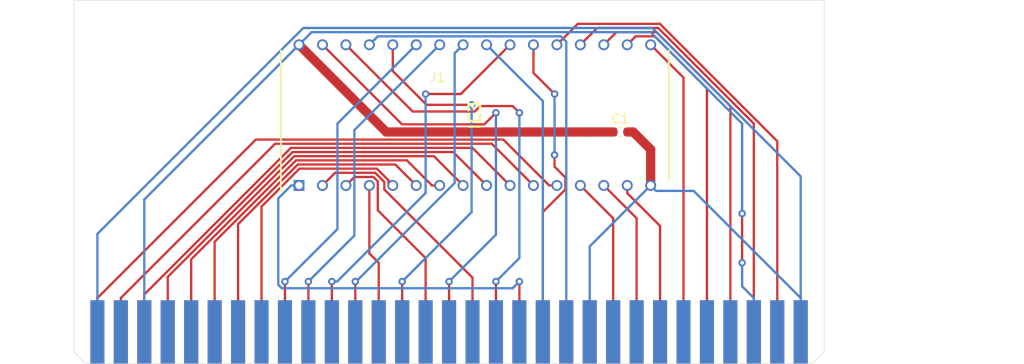
<source format=kicad_pcb>
(kicad_pcb (version 20171130) (host pcbnew "(5.1.5)-3")

  (general
    (thickness 1.6)
    (drawings 7)
    (tracks 224)
    (zones 0)
    (modules 3)
    (nets 33)
  )

  (page A4)
  (layers
    (0 F.Cu signal)
    (31 B.Cu signal)
    (32 B.Adhes user)
    (33 F.Adhes user)
    (34 B.Paste user)
    (35 F.Paste user)
    (36 B.SilkS user)
    (37 F.SilkS user)
    (38 B.Mask user)
    (39 F.Mask user)
    (40 Dwgs.User user)
    (41 Cmts.User user)
    (42 Eco1.User user)
    (43 Eco2.User user)
    (44 Edge.Cuts user)
    (45 Margin user)
    (46 B.CrtYd user)
    (47 F.CrtYd user)
    (48 B.Fab user)
    (49 F.Fab user)
  )

  (setup
    (last_trace_width 1)
    (user_trace_width 1)
    (trace_clearance 0.2)
    (zone_clearance 0.508)
    (zone_45_only no)
    (trace_min 0.2)
    (via_size 0.8)
    (via_drill 0.4)
    (via_min_size 0.4)
    (via_min_drill 0.3)
    (uvia_size 0.3)
    (uvia_drill 0.1)
    (uvias_allowed no)
    (uvia_min_size 0.2)
    (uvia_min_drill 0.1)
    (edge_width 0.05)
    (segment_width 0.2)
    (pcb_text_width 0.3)
    (pcb_text_size 1.5 1.5)
    (mod_edge_width 0.12)
    (mod_text_size 1 1)
    (mod_text_width 0.15)
    (pad_size 1.524 1.524)
    (pad_drill 0.762)
    (pad_to_mask_clearance 0.051)
    (solder_mask_min_width 0.25)
    (aux_axis_origin 0 0)
    (visible_elements 7FFFFFFF)
    (pcbplotparams
      (layerselection 0x010fc_ffffffff)
      (usegerberextensions false)
      (usegerberattributes false)
      (usegerberadvancedattributes false)
      (creategerberjobfile false)
      (excludeedgelayer true)
      (linewidth 0.100000)
      (plotframeref false)
      (viasonmask false)
      (mode 1)
      (useauxorigin false)
      (hpglpennumber 1)
      (hpglpenspeed 20)
      (hpglpendiameter 15.000000)
      (psnegative false)
      (psa4output false)
      (plotreference true)
      (plotvalue true)
      (plotinvisibletext false)
      (padsonsilk false)
      (subtractmaskfromsilk false)
      (outputformat 1)
      (mirror false)
      (drillshape 0)
      (scaleselection 1)
      (outputdirectory "gerber/"))
  )

  (net 0 "")
  (net 1 V5)
  (net 2 GND)
  (net 3 A16)
  (net 4 A17)
  (net 5 A18)
  (net 6 A19)
  (net 7 ~MEMW)
  (net 8 A14)
  (net 9 A13)
  (net 10 A8)
  (net 11 A9)
  (net 12 A11)
  (net 13 ~MEMR)
  (net 14 A10)
  (net 15 D7)
  (net 16 D6)
  (net 17 D5)
  (net 18 D4)
  (net 19 D3)
  (net 20 D2)
  (net 21 D1)
  (net 22 D0)
  (net 23 A0)
  (net 24 A1)
  (net 25 A2)
  (net 26 A3)
  (net 27 A4)
  (net 28 A5)
  (net 29 A6)
  (net 30 A7)
  (net 31 A12)
  (net 32 A15)

  (net_class Default "This is the default net class."
    (clearance 0.2)
    (trace_width 0.25)
    (via_dia 0.8)
    (via_drill 0.4)
    (uvia_dia 0.3)
    (uvia_drill 0.1)
    (add_net A0)
    (add_net A1)
    (add_net A10)
    (add_net A11)
    (add_net A12)
    (add_net A13)
    (add_net A14)
    (add_net A15)
    (add_net A16)
    (add_net A17)
    (add_net A18)
    (add_net A19)
    (add_net A2)
    (add_net A3)
    (add_net A4)
    (add_net A5)
    (add_net A6)
    (add_net A7)
    (add_net A8)
    (add_net A9)
    (add_net D0)
    (add_net D1)
    (add_net D2)
    (add_net D3)
    (add_net D4)
    (add_net D5)
    (add_net D6)
    (add_net D7)
    (add_net GND)
    (add_net "Net-(J1-Pad13)")
    (add_net "Net-(J1-Pad14)")
    (add_net "Net-(J1-Pad15)")
    (add_net "Net-(J1-Pad16)")
    (add_net "Net-(J1-Pad17)")
    (add_net "Net-(J1-Pad18)")
    (add_net "Net-(J1-Pad19)")
    (add_net "Net-(J1-Pad2)")
    (add_net "Net-(J1-Pad20)")
    (add_net "Net-(J1-Pad21)")
    (add_net "Net-(J1-Pad22)")
    (add_net "Net-(J1-Pad23)")
    (add_net "Net-(J1-Pad24)")
    (add_net "Net-(J1-Pad25)")
    (add_net "Net-(J1-Pad26)")
    (add_net "Net-(J1-Pad27)")
    (add_net "Net-(J1-Pad28)")
    (add_net "Net-(J1-Pad30)")
    (add_net "Net-(J1-Pad32)")
    (add_net "Net-(J1-Pad4)")
    (add_net "Net-(J1-Pad41)")
    (add_net "Net-(J1-Pad42)")
    (add_net "Net-(J1-Pad5)")
    (add_net "Net-(J1-Pad6)")
    (add_net "Net-(J1-Pad7)")
    (add_net "Net-(J1-Pad8)")
    (add_net "Net-(J1-Pad9)")
    (add_net V5)
    (add_net ~MEMR)
    (add_net ~MEMW)
  )

  (module SamacSys_Parts:DIP1524W58P254L4191H406Q32N (layer F.Cu) (tedit 0) (tstamp 604058A6)
    (at 211.074 111.506 90)
    (descr "32 pin 600 mil P-DIP")
    (tags "Integrated Circuit")
    (path /60412523)
    (fp_text reference IC3 (at 0 0 90) (layer F.SilkS)
      (effects (font (size 1.27 1.27) (thickness 0.254)))
    )
    (fp_text value AS6C4008-55PCN (at 0 0 90) (layer F.SilkS) hide
      (effects (font (size 1.27 1.27) (thickness 0.254)))
    )
    (fp_line (start -6.985 21.018) (end 6.985 21.018) (layer F.SilkS) (width 0.2))
    (fp_line (start -8.212 -21.018) (end 6.985 -21.018) (layer F.SilkS) (width 0.2))
    (fp_line (start -6.985 -19.748) (end -5.715 -21.018) (layer F.Fab) (width 0.1))
    (fp_line (start -6.985 21.018) (end -6.985 -21.018) (layer F.Fab) (width 0.1))
    (fp_line (start 6.985 21.018) (end -6.985 21.018) (layer F.Fab) (width 0.1))
    (fp_line (start 6.985 -21.018) (end 6.985 21.018) (layer F.Fab) (width 0.1))
    (fp_line (start -6.985 -21.018) (end 6.985 -21.018) (layer F.Fab) (width 0.1))
    (fp_line (start -8.589 21.268) (end -8.589 -21.268) (layer F.CrtYd) (width 0.05))
    (fp_line (start 8.589 21.268) (end -8.589 21.268) (layer F.CrtYd) (width 0.05))
    (fp_line (start 8.589 -21.268) (end 8.589 21.268) (layer F.CrtYd) (width 0.05))
    (fp_line (start -8.589 -21.268) (end 8.589 -21.268) (layer F.CrtYd) (width 0.05))
    (fp_text user %R (at 0 0 90) (layer F.Fab)
      (effects (font (size 1.27 1.27) (thickness 0.254)))
    )
    (pad 32 thru_hole circle (at 7.62 -19.05 90) (size 1.184 1.184) (drill 0.784) (layers *.Cu *.Mask)
      (net 1 V5))
    (pad 31 thru_hole circle (at 7.62 -16.51 90) (size 1.184 1.184) (drill 0.784) (layers *.Cu *.Mask)
      (net 32 A15))
    (pad 30 thru_hole circle (at 7.62 -13.97 90) (size 1.184 1.184) (drill 0.784) (layers *.Cu *.Mask)
      (net 4 A17))
    (pad 29 thru_hole circle (at 7.62 -11.43 90) (size 1.184 1.184) (drill 0.784) (layers *.Cu *.Mask)
      (net 7 ~MEMW))
    (pad 28 thru_hole circle (at 7.62 -8.89 90) (size 1.184 1.184) (drill 0.784) (layers *.Cu *.Mask)
      (net 9 A13))
    (pad 27 thru_hole circle (at 7.62 -6.35 90) (size 1.184 1.184) (drill 0.784) (layers *.Cu *.Mask)
      (net 10 A8))
    (pad 26 thru_hole circle (at 7.62 -3.81 90) (size 1.184 1.184) (drill 0.784) (layers *.Cu *.Mask)
      (net 11 A9))
    (pad 25 thru_hole circle (at 7.62 -1.27 90) (size 1.184 1.184) (drill 0.784) (layers *.Cu *.Mask)
      (net 12 A11))
    (pad 24 thru_hole circle (at 7.62 1.27 90) (size 1.184 1.184) (drill 0.784) (layers *.Cu *.Mask)
      (net 13 ~MEMR))
    (pad 23 thru_hole circle (at 7.62 3.81 90) (size 1.184 1.184) (drill 0.784) (layers *.Cu *.Mask)
      (net 14 A10))
    (pad 22 thru_hole circle (at 7.62 6.35 90) (size 1.184 1.184) (drill 0.784) (layers *.Cu *.Mask)
      (net 6 A19))
    (pad 21 thru_hole circle (at 7.62 8.89 90) (size 1.184 1.184) (drill 0.784) (layers *.Cu *.Mask)
      (net 15 D7))
    (pad 20 thru_hole circle (at 7.62 11.43 90) (size 1.184 1.184) (drill 0.784) (layers *.Cu *.Mask)
      (net 16 D6))
    (pad 19 thru_hole circle (at 7.62 13.97 90) (size 1.184 1.184) (drill 0.784) (layers *.Cu *.Mask)
      (net 17 D5))
    (pad 18 thru_hole circle (at 7.62 16.51 90) (size 1.184 1.184) (drill 0.784) (layers *.Cu *.Mask)
      (net 18 D4))
    (pad 17 thru_hole circle (at 7.62 19.05 90) (size 1.184 1.184) (drill 0.784) (layers *.Cu *.Mask)
      (net 19 D3))
    (pad 16 thru_hole circle (at -7.62 19.05 90) (size 1.184 1.184) (drill 0.784) (layers *.Cu *.Mask)
      (net 2 GND))
    (pad 15 thru_hole circle (at -7.62 16.51 90) (size 1.184 1.184) (drill 0.784) (layers *.Cu *.Mask)
      (net 20 D2))
    (pad 14 thru_hole circle (at -7.62 13.97 90) (size 1.184 1.184) (drill 0.784) (layers *.Cu *.Mask)
      (net 21 D1))
    (pad 13 thru_hole circle (at -7.62 11.43 90) (size 1.184 1.184) (drill 0.784) (layers *.Cu *.Mask)
      (net 22 D0))
    (pad 12 thru_hole circle (at -7.62 8.89 90) (size 1.184 1.184) (drill 0.784) (layers *.Cu *.Mask)
      (net 23 A0))
    (pad 11 thru_hole circle (at -7.62 6.35 90) (size 1.184 1.184) (drill 0.784) (layers *.Cu *.Mask)
      (net 24 A1))
    (pad 10 thru_hole circle (at -7.62 3.81 90) (size 1.184 1.184) (drill 0.784) (layers *.Cu *.Mask)
      (net 25 A2))
    (pad 9 thru_hole circle (at -7.62 1.27 90) (size 1.184 1.184) (drill 0.784) (layers *.Cu *.Mask)
      (net 26 A3))
    (pad 8 thru_hole circle (at -7.62 -1.27 90) (size 1.184 1.184) (drill 0.784) (layers *.Cu *.Mask)
      (net 27 A4))
    (pad 7 thru_hole circle (at -7.62 -3.81 90) (size 1.184 1.184) (drill 0.784) (layers *.Cu *.Mask)
      (net 28 A5))
    (pad 6 thru_hole circle (at -7.62 -6.35 90) (size 1.184 1.184) (drill 0.784) (layers *.Cu *.Mask)
      (net 29 A6))
    (pad 5 thru_hole circle (at -7.62 -8.89 90) (size 1.184 1.184) (drill 0.784) (layers *.Cu *.Mask)
      (net 30 A7))
    (pad 4 thru_hole circle (at -7.62 -11.43 90) (size 1.184 1.184) (drill 0.784) (layers *.Cu *.Mask)
      (net 31 A12))
    (pad 3 thru_hole circle (at -7.62 -13.97 90) (size 1.184 1.184) (drill 0.784) (layers *.Cu *.Mask)
      (net 8 A14))
    (pad 2 thru_hole circle (at -7.62 -16.51 90) (size 1.184 1.184) (drill 0.784) (layers *.Cu *.Mask)
      (net 3 A16))
    (pad 1 thru_hole rect (at -7.62 -19.05 90) (size 1.184 1.184) (drill 0.784) (layers *.Cu *.Mask)
      (net 5 A18))
    (model D:\SamacSys_PCB_Library\KiCad\SamacSys_Parts.3dshapes\AS6C4008-55PCN.stp
      (at (xyz 0 0 0))
      (scale (xyz 1 1 1))
      (rotate (xyz 0 0 0))
    )
  )

  (module Capacitor_SMD:C_0603_1608Metric (layer F.Cu) (tedit 5B301BBE) (tstamp 60DDD066)
    (at 226.8475 113.333907)
    (descr "Capacitor SMD 0603 (1608 Metric), square (rectangular) end terminal, IPC_7351 nominal, (Body size source: http://www.tortai-tech.com/upload/download/2011102023233369053.pdf), generated with kicad-footprint-generator")
    (tags capacitor)
    (path /60DD8211)
    (attr smd)
    (fp_text reference C1 (at 0 -1.43) (layer F.SilkS)
      (effects (font (size 1 1) (thickness 0.15)))
    )
    (fp_text value 10uF (at 0 1.43) (layer F.Fab)
      (effects (font (size 1 1) (thickness 0.15)))
    )
    (fp_text user %R (at 0 0) (layer F.Fab)
      (effects (font (size 0.4 0.4) (thickness 0.06)))
    )
    (fp_line (start 1.48 0.73) (end -1.48 0.73) (layer F.CrtYd) (width 0.05))
    (fp_line (start 1.48 -0.73) (end 1.48 0.73) (layer F.CrtYd) (width 0.05))
    (fp_line (start -1.48 -0.73) (end 1.48 -0.73) (layer F.CrtYd) (width 0.05))
    (fp_line (start -1.48 0.73) (end -1.48 -0.73) (layer F.CrtYd) (width 0.05))
    (fp_line (start -0.162779 0.51) (end 0.162779 0.51) (layer F.SilkS) (width 0.12))
    (fp_line (start -0.162779 -0.51) (end 0.162779 -0.51) (layer F.SilkS) (width 0.12))
    (fp_line (start 0.8 0.4) (end -0.8 0.4) (layer F.Fab) (width 0.1))
    (fp_line (start 0.8 -0.4) (end 0.8 0.4) (layer F.Fab) (width 0.1))
    (fp_line (start -0.8 -0.4) (end 0.8 -0.4) (layer F.Fab) (width 0.1))
    (fp_line (start -0.8 0.4) (end -0.8 -0.4) (layer F.Fab) (width 0.1))
    (pad 2 smd roundrect (at 0.7875 0) (size 0.875 0.95) (layers F.Cu F.Paste F.Mask) (roundrect_rratio 0.25)
      (net 2 GND))
    (pad 1 smd roundrect (at -0.7875 0) (size 0.875 0.95) (layers F.Cu F.Paste F.Mask) (roundrect_rratio 0.25)
      (net 1 V5))
    (model ${KISYS3DMOD}/Capacitor_SMD.3dshapes/C_0603_1608Metric.wrl
      (at (xyz 0 0 0))
      (scale (xyz 1 1 1))
      (rotate (xyz 0 0 0))
    )
  )

  (module adlib:BUS_PC (layer F.Cu) (tedit 6040B19F) (tstamp 604044B8)
    (at 208.28 134.62)
    (descr "Connecteur Bus AT ISA 16 bits")
    (tags "CONN BUS ISA")
    (path /60405B30)
    (fp_text reference J1 (at -1.27 -27.178) (layer F.SilkS)
      (effects (font (size 1 1) (thickness 0.15)))
    )
    (fp_text value Bus_ISA_8bit (at -43.815 -6.985) (layer F.Fab)
      (effects (font (size 1 1) (thickness 0.15)))
    )
    (fp_line (start 62.23 -3.81) (end 40.64 -3.81) (layer Dwgs.User) (width 0.1524))
    (fp_line (start -39.37 3.81) (end -40.64 2.54) (layer Dwgs.User) (width 0.1524))
    (fp_line (start 39.37 3.81) (end -39.37 3.81) (layer Dwgs.User) (width 0.15))
    (fp_line (start -40.64 2.54) (end -40.64 -3.81) (layer Dwgs.User) (width 0.15))
    (fp_line (start -40.64 -3.81) (end 40.64 -3.81) (layer Dwgs.User) (width 0.15))
    (fp_line (start 40.64 -3.81) (end 40.64 2.54) (layer Dwgs.User) (width 0.15))
    (fp_line (start 40.64 2.54) (end 39.37 3.81) (layer Dwgs.User) (width 0.1524))
    (pad 1 connect rect (at 38.1 0.381) (size 1.524 6.858) (layers B.Cu B.Mask)
      (net 2 GND))
    (pad 2 connect rect (at 35.56 0.381) (size 1.524 6.858) (layers B.Cu B.Mask))
    (pad 3 connect rect (at 33.02 0.381) (size 1.524 6.858) (layers B.Cu B.Mask)
      (net 1 V5))
    (pad 4 connect rect (at 30.48 0.381) (size 1.524 6.858) (layers B.Cu B.Mask))
    (pad 5 connect rect (at 27.94 0.381) (size 1.524 6.858) (layers B.Cu B.Mask))
    (pad 6 connect rect (at 25.4 0.381) (size 1.524 6.858) (layers B.Cu B.Mask))
    (pad 7 connect rect (at 22.86 0.381) (size 1.524 6.858) (layers B.Cu B.Mask))
    (pad 8 connect rect (at 20.32 0.381) (size 1.524 6.858) (layers B.Cu B.Mask))
    (pad 9 connect rect (at 17.78 0.381) (size 1.524 6.858) (layers B.Cu B.Mask))
    (pad 10 connect rect (at 15.24 0.381) (size 1.524 6.858) (layers B.Cu B.Mask)
      (net 2 GND))
    (pad 11 connect rect (at 12.7 0.381) (size 1.524 6.858) (layers B.Cu B.Mask)
      (net 7 ~MEMW))
    (pad 12 connect rect (at 10.16 0.381) (size 1.524 6.858) (layers B.Cu B.Mask)
      (net 13 ~MEMR))
    (pad 13 connect rect (at 7.62 0.381) (size 1.524 6.858) (layers B.Cu B.Mask))
    (pad 14 connect rect (at 5.08 0.381) (size 1.524 6.858) (layers B.Cu B.Mask))
    (pad 15 connect rect (at 2.54 0.381) (size 1.524 6.858) (layers B.Cu B.Mask))
    (pad 16 connect rect (at 0 0.381) (size 1.524 6.858) (layers B.Cu B.Mask))
    (pad 17 connect rect (at -2.54 0.381) (size 1.524 6.858) (layers B.Cu B.Mask))
    (pad 18 connect rect (at -5.08 0.381) (size 1.524 6.858) (layers B.Cu B.Mask))
    (pad 19 connect rect (at -7.62 0.381) (size 1.524 6.858) (layers B.Cu B.Mask))
    (pad 20 connect rect (at -10.16 0.381) (size 1.524 6.858) (layers B.Cu B.Mask))
    (pad 21 connect rect (at -12.7 0.381) (size 1.524 6.858) (layers B.Cu B.Mask))
    (pad 22 connect rect (at -15.24 0.381) (size 1.524 6.858) (layers B.Cu B.Mask))
    (pad 23 connect rect (at -17.78 0.381) (size 1.524 6.858) (layers B.Cu B.Mask))
    (pad 24 connect rect (at -20.32 0.381) (size 1.524 6.858) (layers B.Cu B.Mask))
    (pad 25 connect rect (at -22.86 0.381) (size 1.524 6.858) (layers B.Cu B.Mask))
    (pad 26 connect rect (at -25.4 0.381) (size 1.524 6.858) (layers B.Cu B.Mask))
    (pad 27 connect rect (at -27.94 0.381) (size 1.524 6.858) (layers B.Cu B.Mask))
    (pad 28 connect rect (at -30.48 0.381) (size 1.524 6.858) (layers B.Cu B.Mask))
    (pad 29 connect rect (at -33.02 0.381) (size 1.524 6.858) (layers B.Cu B.Mask)
      (net 1 V5))
    (pad 30 connect rect (at -35.56 0.381) (size 1.524 6.858) (layers B.Cu B.Mask))
    (pad 31 connect rect (at -38.1 0.381) (size 1.524 6.858) (layers B.Cu B.Mask)
      (net 2 GND))
    (pad 32 connect rect (at 38.1 0.381) (size 1.524 6.858) (layers F.Cu F.Mask))
    (pad 33 connect rect (at 35.56 0.381) (size 1.524 6.858) (layers F.Cu F.Mask)
      (net 15 D7))
    (pad 34 connect rect (at 33.02 0.381) (size 1.524 6.858) (layers F.Cu F.Mask)
      (net 16 D6))
    (pad 35 connect rect (at 30.48 0.381) (size 1.524 6.858) (layers F.Cu F.Mask)
      (net 17 D5))
    (pad 36 connect rect (at 27.94 0.381) (size 1.524 6.858) (layers F.Cu F.Mask)
      (net 18 D4))
    (pad 37 connect rect (at 25.4 0.381) (size 1.524 6.858) (layers F.Cu F.Mask)
      (net 19 D3))
    (pad 38 connect rect (at 22.86 0.381) (size 1.524 6.858) (layers F.Cu F.Mask)
      (net 20 D2))
    (pad 39 connect rect (at 20.32 0.381) (size 1.524 6.858) (layers F.Cu F.Mask)
      (net 21 D1))
    (pad 40 connect rect (at 17.78 0.381) (size 1.524 6.858) (layers F.Cu F.Mask)
      (net 22 D0))
    (pad 41 connect rect (at 15.24 0.381) (size 1.524 6.858) (layers F.Cu F.Mask))
    (pad 42 connect rect (at 12.7 0.381) (size 1.524 6.858) (layers F.Cu F.Mask))
    (pad 43 connect rect (at 10.16 0.381) (size 1.524 6.858) (layers F.Cu F.Mask)
      (net 6 A19))
    (pad 44 connect rect (at 7.62 0.381) (size 1.524 6.858) (layers F.Cu F.Mask)
      (net 5 A18))
    (pad 45 connect rect (at 5.08 0.381) (size 1.524 6.858) (layers F.Cu F.Mask)
      (net 4 A17))
    (pad 46 connect rect (at 2.54 0.381) (size 1.524 6.858) (layers F.Cu F.Mask)
      (net 3 A16))
    (pad 47 connect rect (at 0 0.381) (size 1.524 6.858) (layers F.Cu F.Mask)
      (net 32 A15))
    (pad 48 connect rect (at -2.54 0.381) (size 1.524 6.858) (layers F.Cu F.Mask)
      (net 8 A14))
    (pad 49 connect rect (at -5.08 0.381) (size 1.524 6.858) (layers F.Cu F.Mask)
      (net 9 A13))
    (pad 50 connect rect (at -7.62 0.381) (size 1.524 6.858) (layers F.Cu F.Mask)
      (net 31 A12))
    (pad 51 connect rect (at -10.16 0.381) (size 1.524 6.858) (layers F.Cu F.Mask)
      (net 12 A11))
    (pad 52 connect rect (at -12.7 0.381) (size 1.524 6.858) (layers F.Cu F.Mask)
      (net 14 A10))
    (pad 53 connect rect (at -15.24 0.381) (size 1.524 6.858) (layers F.Cu F.Mask)
      (net 11 A9))
    (pad 54 connect rect (at -17.78 0.381) (size 1.524 6.858) (layers F.Cu F.Mask)
      (net 10 A8))
    (pad 55 connect rect (at -20.32 0.381) (size 1.524 6.858) (layers F.Cu F.Mask)
      (net 30 A7))
    (pad 56 connect rect (at -22.86 0.381) (size 1.524 6.858) (layers F.Cu F.Mask)
      (net 29 A6))
    (pad 57 connect rect (at -25.4 0.381) (size 1.524 6.858) (layers F.Cu F.Mask)
      (net 28 A5))
    (pad 58 connect rect (at -27.94 0.381) (size 1.524 6.858) (layers F.Cu F.Mask)
      (net 27 A4))
    (pad 59 connect rect (at -30.48 0.381) (size 1.524 6.858) (layers F.Cu F.Mask)
      (net 26 A3))
    (pad 60 connect rect (at -33.02 0.381) (size 1.524 6.858) (layers F.Cu F.Mask)
      (net 25 A2))
    (pad 61 connect rect (at -35.56 0.381) (size 1.524 6.858) (layers F.Cu F.Mask)
      (net 24 A1))
    (pad 62 connect rect (at -38.1 0.381) (size 1.524 6.858) (layers F.Cu F.Mask)
      (net 23 A0))
  )

  (gr_line (start 248.92 99.06) (end 248.92 137.16) (layer Edge.Cuts) (width 0.05) (tstamp 60414510))
  (gr_line (start 167.64 99.06) (end 248.92 99.06) (layer Edge.Cuts) (width 0.05))
  (gr_line (start 167.64 130.81) (end 167.64 99.06) (layer Edge.Cuts) (width 0.05))
  (gr_line (start 167.64 137.16) (end 167.64 130.81) (layer Edge.Cuts) (width 0.05))
  (gr_line (start 168.91 138.43) (end 167.64 137.16) (layer Edge.Cuts) (width 0.05))
  (gr_line (start 247.65 138.43) (end 168.91 138.43) (layer Edge.Cuts) (width 0.05))
  (gr_line (start 248.92 137.16) (end 247.65 138.43) (layer Edge.Cuts) (width 0.05))

  (via (at 219.71 109.22) (size 0.8) (drill 0.4) (layers F.Cu B.Cu) (net 6))
  (segment (start 175.26 120.65) (end 192.024 103.886) (width 0.25) (layer B.Cu) (net 1))
  (segment (start 175.26 135.001) (end 175.26 120.65) (width 0.25) (layer B.Cu) (net 1))
  (segment (start 230.114151 102.518989) (end 240.03 112.434838) (width 0.25) (layer B.Cu) (net 1))
  (segment (start 192.024 103.886) (end 193.391011 102.518989) (width 0.25) (layer B.Cu) (net 1))
  (segment (start 193.391011 102.518989) (end 230.114151 102.518989) (width 0.25) (layer B.Cu) (net 1))
  (segment (start 240.03 112.434838) (end 240.03 122.174) (width 0.25) (layer B.Cu) (net 1))
  (segment (start 240.03 122.174) (end 240.03 122.174) (width 0.25) (layer B.Cu) (net 1) (tstamp 604144C4))
  (via (at 240.03 122.174) (size 0.8) (drill 0.4) (layers F.Cu B.Cu) (net 1))
  (segment (start 241.3 131.322) (end 240.03 130.052) (width 0.25) (layer B.Cu) (net 1))
  (segment (start 241.3 135.001) (end 241.3 131.322) (width 0.25) (layer B.Cu) (net 1))
  (segment (start 240.03 130.052) (end 240.03 127.508) (width 0.25) (layer B.Cu) (net 1))
  (segment (start 240.03 127.508) (end 240.03 127.508) (width 0.25) (layer B.Cu) (net 1) (tstamp 604144C6))
  (via (at 240.03 127.508) (size 0.8) (drill 0.4) (layers F.Cu B.Cu) (net 1))
  (segment (start 240.03 127.508) (end 240.03 122.174) (width 0.25) (layer F.Cu) (net 1))
  (segment (start 201.471907 113.333907) (end 192.024 103.886) (width 1) (layer F.Cu) (net 1))
  (segment (start 222.967093 113.333907) (end 201.471907 113.333907) (width 1) (layer F.Cu) (net 1))
  (segment (start 222.967093 113.333907) (end 226.06 113.333907) (width 1) (layer F.Cu) (net 1))
  (segment (start 223.52 125.73) (end 223.52 135.001) (width 0.25) (layer B.Cu) (net 2))
  (segment (start 230.124 119.126) (end 223.52 125.73) (width 0.25) (layer B.Cu) (net 2))
  (segment (start 234.775999 119.717999) (end 246.38 131.322) (width 0.25) (layer B.Cu) (net 2))
  (segment (start 230.124 119.126) (end 230.715999 119.717999) (width 0.25) (layer B.Cu) (net 2))
  (segment (start 230.715999 119.717999) (end 234.775999 119.717999) (width 0.25) (layer B.Cu) (net 2))
  (segment (start 246.38 131.322) (end 246.38 135.001) (width 0.25) (layer B.Cu) (net 2))
  (segment (start 230.300552 102.06898) (end 246.38 118.148428) (width 0.25) (layer B.Cu) (net 2))
  (segment (start 192.483858 102.06898) (end 230.300552 102.06898) (width 0.25) (layer B.Cu) (net 2))
  (segment (start 170.18 124.372838) (end 192.483858 102.06898) (width 0.25) (layer B.Cu) (net 2))
  (segment (start 246.38 118.148428) (end 246.38 131.322) (width 0.25) (layer B.Cu) (net 2))
  (segment (start 170.18 135.001) (end 170.18 124.372838) (width 0.25) (layer B.Cu) (net 2))
  (segment (start 230.124 119.126) (end 230.124 115.227) (width 1) (layer F.Cu) (net 2))
  (segment (start 228.230907 113.333907) (end 227.635 113.333907) (width 1) (layer F.Cu) (net 2))
  (segment (start 230.124 115.227) (end 228.230907 113.333907) (width 1) (layer F.Cu) (net 2))
  (segment (start 210.82 129.119162) (end 210.82 135.001) (width 0.25) (layer F.Cu) (net 3))
  (segment (start 194.564 119.126) (end 195.931011 117.758989) (width 0.25) (layer F.Cu) (net 3))
  (segment (start 200.270562 117.75899) (end 201.266999 118.755427) (width 0.25) (layer F.Cu) (net 3))
  (segment (start 201.266999 118.755427) (end 201.266999 119.566161) (width 0.25) (layer F.Cu) (net 3))
  (segment (start 195.931011 117.758989) (end 200.270562 117.75899) (width 0.25) (layer F.Cu) (net 3))
  (segment (start 201.266999 119.566161) (end 210.82 129.119162) (width 0.25) (layer F.Cu) (net 3))
  (segment (start 213.36 135.001) (end 213.36 129.54) (width 0.25) (layer F.Cu) (net 4))
  (segment (start 213.36 129.54) (end 213.36 129.54) (width 0.25) (layer F.Cu) (net 4) (tstamp 6041449E))
  (via (at 213.36 129.54) (size 0.8) (drill 0.4) (layers F.Cu B.Cu) (net 4))
  (segment (start 213.36 129.54) (end 215.9 127) (width 0.25) (layer B.Cu) (net 4))
  (segment (start 215.9 127) (end 215.9 111.76) (width 0.25) (layer B.Cu) (net 4))
  (segment (start 215.9 111.76) (end 215.9 111.76) (width 0.25) (layer B.Cu) (net 4) (tstamp 604144C2))
  (via (at 215.9 111.252) (size 0.8) (drill 0.4) (layers F.Cu B.Cu) (net 4) (tstamp 60DDCF0A))
  (segment (start 197.695999 104.477999) (end 197.104 103.886) (width 0.25) (layer F.Cu) (net 4))
  (segment (start 204.334002 111.116002) (end 197.695999 104.477999) (width 0.25) (layer F.Cu) (net 4))
  (segment (start 211.069002 111.116002) (end 204.334002 111.116002) (width 0.25) (layer F.Cu) (net 4))
  (segment (start 211.658005 110.526999) (end 211.069002 111.116002) (width 0.25) (layer F.Cu) (net 4))
  (segment (start 215.174999 110.526999) (end 211.658005 110.526999) (width 0.25) (layer F.Cu) (net 4))
  (segment (start 215.9 111.252) (end 215.174999 110.526999) (width 0.25) (layer F.Cu) (net 4))
  (segment (start 215.9 111.76) (end 215.9 111.252) (width 0.25) (layer B.Cu) (net 4))
  (segment (start 215.9 135.001) (end 215.9 129.54) (width 0.25) (layer F.Cu) (net 5))
  (segment (start 215.9 129.54) (end 215.9 129.54) (width 0.25) (layer F.Cu) (net 5) (tstamp 6041449C))
  (via (at 215.9 129.54) (size 0.8) (drill 0.4) (layers F.Cu B.Cu) (net 5))
  (segment (start 191.182 119.126) (end 192.024 119.126) (width 0.25) (layer B.Cu) (net 5))
  (segment (start 189.774999 120.533001) (end 191.182 119.126) (width 0.25) (layer B.Cu) (net 5))
  (segment (start 189.774999 129.888001) (end 189.774999 120.533001) (width 0.25) (layer B.Cu) (net 5))
  (segment (start 190.151999 130.265001) (end 189.774999 129.888001) (width 0.25) (layer B.Cu) (net 5))
  (segment (start 215.174999 130.265001) (end 190.151999 130.265001) (width 0.25) (layer B.Cu) (net 5))
  (segment (start 215.9 129.54) (end 215.174999 130.265001) (width 0.25) (layer B.Cu) (net 5))
  (segment (start 218.44 122.007162) (end 220.881001 119.566161) (width 0.25) (layer F.Cu) (net 6))
  (segment (start 218.44 135.001) (end 218.44 122.007162) (width 0.25) (layer F.Cu) (net 6))
  (segment (start 220.881001 119.566161) (end 220.881001 118.265001) (width 0.25) (layer F.Cu) (net 6))
  (segment (start 220.881001 118.265001) (end 219.71 117.094) (width 0.25) (layer F.Cu) (net 6))
  (segment (start 219.71 117.094) (end 219.71 115.824) (width 0.25) (layer F.Cu) (net 6))
  (segment (start 219.71 115.824) (end 219.71 115.824) (width 0.25) (layer F.Cu) (net 6) (tstamp 60DDD187))
  (via (at 219.71 115.824) (size 0.8) (drill 0.4) (layers F.Cu B.Cu) (net 6))
  (segment (start 217.424 106.934) (end 219.71 109.22) (width 0.25) (layer F.Cu) (net 6))
  (segment (start 217.424 103.886) (end 217.424 106.934) (width 0.25) (layer F.Cu) (net 6))
  (segment (start 219.71 109.22) (end 219.71 115.824) (width 0.25) (layer B.Cu) (net 6))
  (segment (start 200.235999 103.294001) (end 199.644 103.886) (width 0.25) (layer B.Cu) (net 7))
  (segment (start 220.404161 102.968999) (end 200.561001 102.968999) (width 0.25) (layer B.Cu) (net 7))
  (segment (start 220.98 103.544838) (end 220.404161 102.968999) (width 0.25) (layer B.Cu) (net 7))
  (segment (start 200.561001 102.968999) (end 200.235999 103.294001) (width 0.25) (layer B.Cu) (net 7))
  (segment (start 220.98 135.001) (end 220.98 103.544838) (width 0.25) (layer B.Cu) (net 7))
  (segment (start 198.021001 118.208999) (end 197.104 119.126) (width 0.25) (layer F.Cu) (net 8))
  (segment (start 205.74 135.001) (end 205.74 127) (width 0.25) (layer F.Cu) (net 8))
  (segment (start 200.561001 121.821001) (end 200.561001 118.685839) (width 0.25) (layer F.Cu) (net 8))
  (segment (start 200.561001 118.685839) (end 200.084161 118.208999) (width 0.25) (layer F.Cu) (net 8))
  (segment (start 205.74 127) (end 200.561001 121.821001) (width 0.25) (layer F.Cu) (net 8))
  (segment (start 200.084161 118.208999) (end 198.021001 118.208999) (width 0.25) (layer F.Cu) (net 8))
  (segment (start 203.2 135.001) (end 203.2 131.322) (width 0.25) (layer F.Cu) (net 9))
  (segment (start 203.2 131.322) (end 203.2 129.54) (width 0.25) (layer F.Cu) (net 9))
  (segment (start 203.2 129.54) (end 203.2 129.54) (width 0.25) (layer F.Cu) (net 9) (tstamp 604144A2))
  (via (at 203.2 129.54) (size 0.8) (drill 0.4) (layers F.Cu B.Cu) (net 9))
  (segment (start 210.721001 122.018999) (end 210.721001 113.382999) (width 0.25) (layer B.Cu) (net 9))
  (segment (start 203.2 129.54) (end 210.721001 122.018999) (width 0.25) (layer B.Cu) (net 9))
  (segment (start 210.721001 113.382999) (end 210.721001 110.391001) (width 0.25) (layer B.Cu) (net 9))
  (segment (start 210.721001 110.391001) (end 210.721001 110.391001) (width 0.25) (layer B.Cu) (net 9) (tstamp 604144B9))
  (via (at 210.721001 110.391001) (size 0.8) (drill 0.4) (layers F.Cu B.Cu) (net 9))
  (segment (start 202.184 104.723214) (end 202.184 103.886) (width 0.25) (layer F.Cu) (net 9))
  (segment (start 202.184 106.737002) (end 202.184 104.723214) (width 0.25) (layer F.Cu) (net 9))
  (segment (start 205.837999 110.391001) (end 202.184 106.737002) (width 0.25) (layer F.Cu) (net 9))
  (segment (start 210.721001 110.391001) (end 205.837999 110.391001) (width 0.25) (layer F.Cu) (net 9))
  (segment (start 190.5 135.001) (end 190.5 131.322) (width 0.25) (layer F.Cu) (net 10))
  (segment (start 190.5 131.322) (end 190.5 129.54) (width 0.25) (layer F.Cu) (net 10))
  (segment (start 190.5 129.54) (end 190.5 129.54) (width 0.25) (layer F.Cu) (net 10) (tstamp 604144AA))
  (via (at 190.5 129.54) (size 0.8) (drill 0.4) (layers F.Cu B.Cu) (net 10))
  (segment (start 204.132001 104.477999) (end 204.724 103.886) (width 0.25) (layer B.Cu) (net 10))
  (segment (start 196.186999 112.423001) (end 204.132001 104.477999) (width 0.25) (layer B.Cu) (net 10))
  (segment (start 196.186999 123.853001) (end 196.186999 112.423001) (width 0.25) (layer B.Cu) (net 10))
  (segment (start 190.5 129.54) (end 196.186999 123.853001) (width 0.25) (layer B.Cu) (net 10))
  (segment (start 193.04 135.001) (end 193.04 129.54) (width 0.25) (layer F.Cu) (net 11))
  (segment (start 193.04 129.54) (end 193.04 129.54) (width 0.25) (layer F.Cu) (net 11) (tstamp 604144A8))
  (via (at 193.04 129.54) (size 0.8) (drill 0.4) (layers F.Cu B.Cu) (net 11))
  (segment (start 198.021001 113.128999) (end 206.672001 104.477999) (width 0.25) (layer B.Cu) (net 11))
  (segment (start 206.672001 104.477999) (end 207.264 103.886) (width 0.25) (layer B.Cu) (net 11))
  (segment (start 198.021001 124.558999) (end 198.021001 113.128999) (width 0.25) (layer B.Cu) (net 11))
  (segment (start 193.04 129.54) (end 198.021001 124.558999) (width 0.25) (layer B.Cu) (net 11))
  (segment (start 198.12 135.001) (end 198.12 129.54) (width 0.25) (layer F.Cu) (net 12))
  (segment (start 198.12 129.54) (end 198.12 129.54) (width 0.25) (layer F.Cu) (net 12) (tstamp 604144A4))
  (via (at 198.12 129.54) (size 0.8) (drill 0.4) (layers F.Cu B.Cu) (net 12))
  (segment (start 209.212001 104.477999) (end 209.804 103.886) (width 0.25) (layer B.Cu) (net 12))
  (segment (start 208.886999 118.860163) (end 208.886999 104.803001) (width 0.25) (layer B.Cu) (net 12))
  (segment (start 198.207162 129.54) (end 208.886999 118.860163) (width 0.25) (layer B.Cu) (net 12))
  (segment (start 208.886999 104.803001) (end 209.212001 104.477999) (width 0.25) (layer B.Cu) (net 12))
  (segment (start 198.12 129.54) (end 198.207162 129.54) (width 0.25) (layer B.Cu) (net 12))
  (segment (start 218.44 109.982) (end 212.344 103.886) (width 0.25) (layer B.Cu) (net 13))
  (segment (start 218.44 135.001) (end 218.44 109.982) (width 0.25) (layer B.Cu) (net 13))
  (segment (start 195.58 135.001) (end 195.58 131.322) (width 0.25) (layer F.Cu) (net 14))
  (segment (start 195.58 131.322) (end 195.58 129.54) (width 0.25) (layer F.Cu) (net 14))
  (segment (start 195.58 129.54) (end 195.58 129.54) (width 0.25) (layer F.Cu) (net 14) (tstamp 604144A6))
  (via (at 195.58 129.54) (size 0.8) (drill 0.4) (layers F.Cu B.Cu) (net 14))
  (segment (start 196.145685 129.54) (end 205.74 119.945685) (width 0.25) (layer B.Cu) (net 14))
  (segment (start 195.58 129.54) (end 196.145685 129.54) (width 0.25) (layer B.Cu) (net 14))
  (segment (start 205.74 119.945685) (end 205.74 109.22) (width 0.25) (layer B.Cu) (net 14))
  (segment (start 205.74 109.22) (end 205.74 109.22) (width 0.25) (layer B.Cu) (net 14) (tstamp 604144AC))
  (via (at 205.74 109.22) (size 0.8) (drill 0.4) (layers F.Cu B.Cu) (net 14))
  (segment (start 209.55 109.22) (end 205.74 109.22) (width 0.25) (layer F.Cu) (net 14))
  (segment (start 214.884 103.886) (end 209.55 109.22) (width 0.25) (layer F.Cu) (net 14))
  (segment (start 243.84 114.335608) (end 243.84 131.322) (width 0.25) (layer F.Cu) (net 15))
  (segment (start 231.123364 101.618972) (end 243.84 114.335608) (width 0.25) (layer F.Cu) (net 15))
  (segment (start 222.231028 101.618972) (end 231.123364 101.618972) (width 0.25) (layer F.Cu) (net 15))
  (segment (start 243.84 131.322) (end 243.84 135.001) (width 0.25) (layer F.Cu) (net 15))
  (segment (start 219.964 103.886) (end 222.231028 101.618972) (width 0.25) (layer F.Cu) (net 15))
  (segment (start 241.3 131.322) (end 241.3 135.001) (width 0.25) (layer F.Cu) (net 16))
  (segment (start 241.3 112.432018) (end 241.3 131.322) (width 0.25) (layer F.Cu) (net 16))
  (segment (start 230.936963 102.068981) (end 241.3 112.432018) (width 0.25) (layer F.Cu) (net 16))
  (segment (start 224.321019 102.068981) (end 230.936963 102.068981) (width 0.25) (layer F.Cu) (net 16))
  (segment (start 222.504 103.886) (end 224.321019 102.068981) (width 0.25) (layer F.Cu) (net 16))
  (segment (start 238.76 131.322) (end 238.76 135.001) (width 0.25) (layer F.Cu) (net 17))
  (segment (start 238.76 110.528428) (end 238.76 131.322) (width 0.25) (layer F.Cu) (net 17))
  (segment (start 230.750562 102.51899) (end 238.76 110.528428) (width 0.25) (layer F.Cu) (net 17))
  (segment (start 226.41101 102.51899) (end 230.750562 102.51899) (width 0.25) (layer F.Cu) (net 17))
  (segment (start 225.044 103.886) (end 226.41101 102.51899) (width 0.25) (layer F.Cu) (net 17))
  (segment (start 236.22 108.624838) (end 236.22 131.322) (width 0.25) (layer F.Cu) (net 18))
  (segment (start 230.564161 102.968999) (end 236.22 108.624838) (width 0.25) (layer F.Cu) (net 18))
  (segment (start 228.501001 102.968999) (end 230.564161 102.968999) (width 0.25) (layer F.Cu) (net 18))
  (segment (start 236.22 131.322) (end 236.22 135.001) (width 0.25) (layer F.Cu) (net 18))
  (segment (start 227.584 103.886) (end 228.501001 102.968999) (width 0.25) (layer F.Cu) (net 18))
  (segment (start 233.68 107.442) (end 233.68 135.001) (width 0.25) (layer F.Cu) (net 19))
  (segment (start 230.124 103.886) (end 233.68 107.442) (width 0.25) (layer F.Cu) (net 19))
  (segment (start 231.14 123.519214) (end 231.14 131.322) (width 0.25) (layer F.Cu) (net 20))
  (segment (start 227.584 119.963214) (end 231.14 123.519214) (width 0.25) (layer F.Cu) (net 20))
  (segment (start 231.14 131.322) (end 231.14 135.001) (width 0.25) (layer F.Cu) (net 20))
  (segment (start 227.584 119.126) (end 227.584 119.963214) (width 0.25) (layer F.Cu) (net 20))
  (segment (start 228.6 122.682) (end 228.6 135.001) (width 0.25) (layer F.Cu) (net 21))
  (segment (start 225.044 119.126) (end 228.6 122.682) (width 0.25) (layer F.Cu) (net 21))
  (segment (start 226.06 122.682) (end 226.06 135.001) (width 0.25) (layer F.Cu) (net 22))
  (segment (start 222.504 119.126) (end 226.06 122.682) (width 0.25) (layer F.Cu) (net 22))
  (segment (start 187.343083 114.158917) (end 170.18 131.322) (width 0.25) (layer F.Cu) (net 23))
  (segment (start 214.159703 114.158917) (end 187.343083 114.158917) (width 0.25) (layer F.Cu) (net 23))
  (segment (start 219.126786 119.126) (end 214.159703 114.158917) (width 0.25) (layer F.Cu) (net 23))
  (segment (start 170.18 131.322) (end 170.18 135.001) (width 0.25) (layer F.Cu) (net 23))
  (segment (start 219.964 119.126) (end 219.126786 119.126) (width 0.25) (layer F.Cu) (net 23))
  (segment (start 189.433073 114.608927) (end 172.72 131.322) (width 0.25) (layer F.Cu) (net 24))
  (segment (start 207.263999 114.608927) (end 189.433073 114.608927) (width 0.25) (layer F.Cu) (net 24))
  (segment (start 172.72 131.322) (end 172.72 135.001) (width 0.25) (layer F.Cu) (net 24))
  (segment (start 212.906925 114.608927) (end 207.263999 114.608927) (width 0.25) (layer F.Cu) (net 24))
  (segment (start 217.424 119.126) (end 212.906925 114.608927) (width 0.25) (layer F.Cu) (net 24))
  (segment (start 214.884 119.126) (end 210.816936 115.058936) (width 0.25) (layer F.Cu) (net 25))
  (segment (start 210.816936 115.058936) (end 208.913343 115.058935) (width 0.25) (layer F.Cu) (net 25))
  (segment (start 208.913343 115.058935) (end 205.739999 115.058936) (width 0.25) (layer F.Cu) (net 25))
  (segment (start 175.26 131.322) (end 175.26 135.001) (width 0.25) (layer F.Cu) (net 25))
  (segment (start 191.140012 115.058936) (end 175.26 130.938948) (width 0.25) (layer F.Cu) (net 25))
  (segment (start 175.26 130.938948) (end 175.26 131.322) (width 0.25) (layer F.Cu) (net 25))
  (segment (start 205.739999 115.058936) (end 191.140012 115.058936) (width 0.25) (layer F.Cu) (net 25))
  (segment (start 177.8 131.322) (end 177.8 135.001) (width 0.25) (layer F.Cu) (net 26))
  (segment (start 177.8 129.035358) (end 177.8 131.322) (width 0.25) (layer F.Cu) (net 26))
  (segment (start 208.726944 115.508944) (end 191.326413 115.508945) (width 0.25) (layer F.Cu) (net 26))
  (segment (start 191.326413 115.508945) (end 177.8 129.035358) (width 0.25) (layer F.Cu) (net 26))
  (segment (start 212.344 119.126) (end 208.726944 115.508944) (width 0.25) (layer F.Cu) (net 26))
  (segment (start 180.34 131.322) (end 180.34 135.001) (width 0.25) (layer F.Cu) (net 27))
  (segment (start 209.804 119.126) (end 206.636954 115.958954) (width 0.25) (layer F.Cu) (net 27))
  (segment (start 206.636954 115.958954) (end 199.389999 115.958954) (width 0.25) (layer F.Cu) (net 27))
  (segment (start 191.512814 115.958954) (end 180.34 127.131768) (width 0.25) (layer F.Cu) (net 27))
  (segment (start 199.389999 115.958954) (end 191.512814 115.958954) (width 0.25) (layer F.Cu) (net 27))
  (segment (start 180.34 127.131768) (end 180.34 131.322) (width 0.25) (layer F.Cu) (net 27))
  (segment (start 182.88 131.322) (end 182.88 135.001) (width 0.25) (layer F.Cu) (net 28))
  (segment (start 182.88 125.228178) (end 182.88 131.322) (width 0.25) (layer F.Cu) (net 28))
  (segment (start 207.264 119.126) (end 206.426786 119.126) (width 0.25) (layer F.Cu) (net 28))
  (segment (start 206.426786 119.126) (end 203.709747 116.408963) (width 0.25) (layer F.Cu) (net 28))
  (segment (start 203.709747 116.408963) (end 202.64337 116.408962) (width 0.25) (layer F.Cu) (net 28))
  (segment (start 202.64337 116.408962) (end 191.699215 116.408963) (width 0.25) (layer F.Cu) (net 28))
  (segment (start 191.699215 116.408963) (end 182.88 125.228178) (width 0.25) (layer F.Cu) (net 28))
  (segment (start 185.42 131.322) (end 185.42 135.001) (width 0.25) (layer F.Cu) (net 29))
  (segment (start 185.42 123.324588) (end 185.42 131.322) (width 0.25) (layer F.Cu) (net 29))
  (segment (start 191.885616 116.858972) (end 185.42 123.324588) (width 0.25) (layer F.Cu) (net 29))
  (segment (start 202.456971 116.858971) (end 191.885616 116.858972) (width 0.25) (layer F.Cu) (net 29))
  (segment (start 204.724 119.126) (end 202.456971 116.858971) (width 0.25) (layer F.Cu) (net 29))
  (segment (start 187.96 131.322) (end 187.96 135.001) (width 0.25) (layer F.Cu) (net 30))
  (segment (start 192.072017 117.308981) (end 187.96 121.420998) (width 0.25) (layer F.Cu) (net 30))
  (segment (start 200.456961 117.308981) (end 192.072017 117.308981) (width 0.25) (layer F.Cu) (net 30))
  (segment (start 201.717008 118.569026) (end 200.456961 117.308981) (width 0.25) (layer F.Cu) (net 30))
  (segment (start 187.96 121.420998) (end 187.96 131.322) (width 0.25) (layer F.Cu) (net 30))
  (segment (start 201.93 119.126) (end 201.717009 118.913009) (width 0.25) (layer F.Cu) (net 30))
  (segment (start 201.717009 118.913009) (end 201.717008 118.569026) (width 0.25) (layer F.Cu) (net 30))
  (segment (start 202.184 119.126) (end 201.93 119.126) (width 0.25) (layer F.Cu) (net 30))
  (segment (start 199.644 119.126) (end 199.644 126.492) (width 0.25) (layer F.Cu) (net 31))
  (segment (start 200.66 127.508) (end 200.66 135.001) (width 0.25) (layer F.Cu) (net 31))
  (segment (start 199.644 126.492) (end 200.66 127.508) (width 0.25) (layer F.Cu) (net 31))
  (segment (start 208.28 135.001) (end 208.28 131.322) (width 0.25) (layer F.Cu) (net 32))
  (segment (start 208.28 131.322) (end 208.28 129.54) (width 0.25) (layer F.Cu) (net 32))
  (segment (start 208.28 129.54) (end 208.28 129.54) (width 0.25) (layer F.Cu) (net 32) (tstamp 604144A0))
  (via (at 208.28 129.54) (size 0.8) (drill 0.4) (layers F.Cu B.Cu) (net 32))
  (segment (start 208.28 129.54) (end 213.36 124.46) (width 0.25) (layer B.Cu) (net 32))
  (segment (start 213.36 124.46) (end 213.36 113.284) (width 0.25) (layer B.Cu) (net 32))
  (segment (start 213.36 113.284) (end 213.36 113.284) (width 0.25) (layer B.Cu) (net 32) (tstamp 604144C0))
  (via (at 213.36 111.252) (size 0.8) (drill 0.4) (layers F.Cu B.Cu) (net 32))
  (segment (start 213.36 113.284) (end 213.36 111.252) (width 0.25) (layer B.Cu) (net 32))
  (segment (start 213.36 111.252) (end 212.103103 112.508897) (width 0.25) (layer F.Cu) (net 32))
  (segment (start 203.186897 112.508897) (end 194.564 103.886) (width 0.25) (layer F.Cu) (net 32))
  (segment (start 212.103103 112.508897) (end 203.186897 112.508897) (width 0.25) (layer F.Cu) (net 32))

)

</source>
